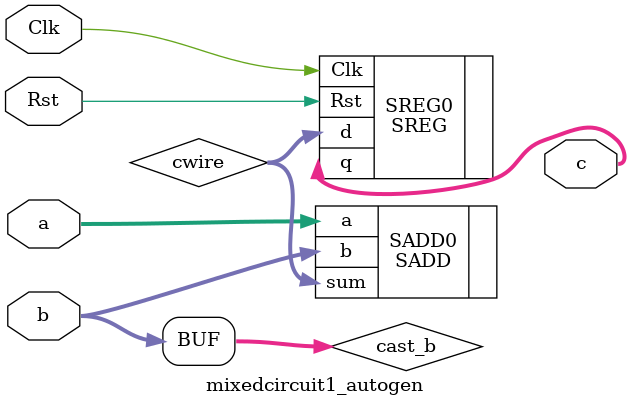
<source format=v>
`timescale 1ns/1ns

module mixedcircuit1_autogen(a, b, c, Clk, Rst);

    input signed [7:0] a;
    input [7:0] b;
    input Clk;
    input Rst;

    output signed [7:0] c;

    wire signed [7:0] cwire;
    wire signed [7:0] cast_b;

    assign cast_b = $signed(b);

    SADD #(.DATAWIDTH(8)) SADD0(.a(a), .b(cast_b), .sum(cwire));
    SREG #(.DATAWIDTH(8)) SREG0(.Clk(Clk), .Rst(Rst), .d(cwire), .q(c));

endmodule

</source>
